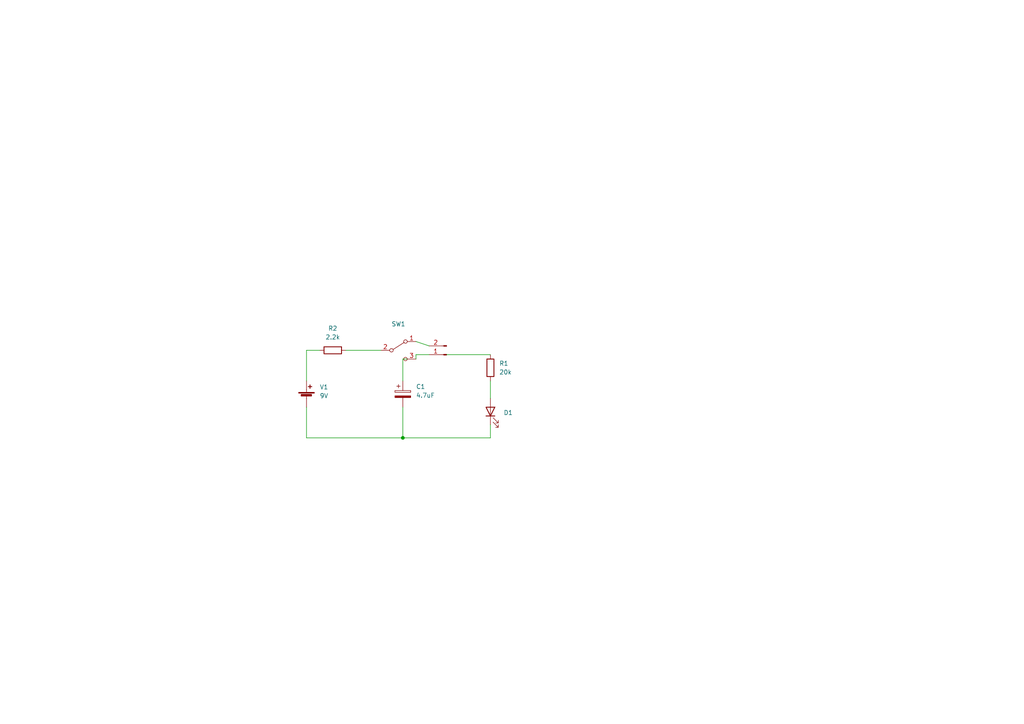
<source format=kicad_sch>
(kicad_sch (version 20211123) (generator eeschema)
  (paper "A4")
  (lib_symbols
    (symbol "Connector:Conn_01x02_Male" (pin_names (offset 1.016) hide)
      (property "Reference" "J" (at 0 2.54 0))
      (property "Value" "Conn_01x02_Male" (at 0 -5.08 0))
      (symbol "Conn_01x02_Male_1_1"
        (polyline (pts (xy 1.27 -2.54) (xy 0.8636 -2.54)) (stroke (width 0.1524)))
        (polyline (pts (xy 1.27 0) (xy 0.8636 0)) (stroke (width 0.1524)))
        (rectangle (start 0.8636 -2.413) (end 0 -2.667) (stroke (width 0.1524)) (fill (type outline)))
        (rectangle (start 0.8636 0.127) (end 0 -0.127) (stroke (width 0.1524)) (fill (type outline)))
        (pin passive line (at 5.08 0 180) (length 3.81) (name "Pin_1") (number "1"))
        (pin passive line (at 5.08 -2.54 180) (length 3.81) (name "Pin_2") (number "2"))
      )
    )
    (symbol "Device:Battery_Cell" (pin_numbers hide) (pin_names (offset 0) hide)
      (property "Reference" "BT" (at 2.54 2.54 0))
      (property "Value" "Battery_Cell" (at 2.54 0 0))
      (symbol "Battery_Cell_0_1"
        (rectangle (start -2.286 1.778) (end 2.286 1.524) (fill (type outline)))
        (rectangle (start -1.5748 1.1938) (end 1.4732 0.6858) (fill (type outline)))
        (polyline (pts (xy 0 0.762) (xy 0 0)))
        (polyline (pts (xy 0 1.778) (xy 0 2.54)))
        (polyline (pts (xy 0.508 3.429) (xy 1.524 3.429)) (stroke (width 0.254)))
        (polyline (pts (xy 1.016 3.937) (xy 1.016 2.921)) (stroke (width 0.254)))
      )
      (symbol "Battery_Cell_1_1"
        (pin passive line (at 0 5.08 270) (length 2.54) (name "+") (number "1"))
        (pin passive line (at 0 -2.54 90) (length 2.54) (name "-") (number "2"))
      )
    )
    (symbol "Device:C_Polarized" (pin_numbers hide) (pin_names (offset 0.254))
      (property "Reference" "C" (at 0.635 2.54 0))
      (property "Value" "C_Polarized" (at 0.635 -2.54 0))
      (symbol "C_Polarized_0_1"
        (rectangle (start -2.286 0.508) (end 2.286 1.016))
        (polyline (pts (xy -1.778 2.286) (xy -0.762 2.286)))
        (polyline (pts (xy -1.27 2.794) (xy -1.27 1.778)))
        (rectangle (start 2.286 -0.508) (end -2.286 -1.016) (fill (type outline)))
      )
      (symbol "C_Polarized_1_1"
        (pin passive line (at 0 3.81 270) (length 2.794) (name "~") (number "1"))
        (pin passive line (at 0 -3.81 90) (length 2.794) (name "~") (number "2"))
      )
    )
    (symbol "Device:LED" (pin_numbers hide) (pin_names (offset 1.016) hide)
      (property "Reference" "D" (at 0 2.54 0))
      (property "Value" "LED" (at 0 -2.54 0))
      (symbol "LED_0_1"
        (polyline (pts (xy -1.27 -1.27) (xy -1.27 1.27)) (stroke (width 0.254)))
        (polyline (pts (xy -1.27 0) (xy 1.27 0)))
        (polyline (pts (xy 1.27 -1.27) (xy 1.27 1.27) (xy -1.27 0) (xy 1.27 -1.27)) (stroke (width 0.254)))
        (polyline (pts (xy -3.048 -0.762) (xy -4.572 -2.286) (xy -3.81 -2.286) (xy -4.572 -2.286) (xy -4.572 -1.524)))
        (polyline (pts (xy -1.778 -0.762) (xy -3.302 -2.286) (xy -2.54 -2.286) (xy -3.302 -2.286) (xy -3.302 -1.524)))
      )
      (symbol "LED_1_1"
        (pin passive line (at -3.81 0 0) (length 2.54) (name "K") (number "1"))
        (pin passive line (at 3.81 0 180) (length 2.54) (name "A") (number "2"))
      )
    )
    (symbol "Device:R" (pin_numbers hide) (pin_names (offset 0))
      (property "Reference" "R" (at 2.032 0 90))
      (property "Value" "R" (at 0 0 90))
      (symbol "R_0_1"
        (rectangle (start -1.016 -2.54) (end 1.016 2.54) (stroke (width 0.254)))
      )
      (symbol "R_1_1"
        (pin passive line (at 0 3.81 270) (length 1.27) (name "~") (number "1"))
        (pin passive line (at 0 -3.81 90) (length 1.27) (name "~") (number "2"))
      )
    )
    (symbol "Switch:SW_SPDT" (pin_names (offset 0) hide)
      (property "Reference" "SW" (at 0 4.318 0))
      (property "Value" "SW_SPDT" (at 0 -5.08 0))
      (symbol "SW_SPDT_0_0"
        (circle (center -2.032 0) (radius 0.508))
        (circle (center 2.032 -2.54) (radius 0.508))
      )
      (symbol "SW_SPDT_0_1"
        (polyline (pts (xy -1.524 0.254) (xy 1.651 2.286)))
        (circle (center 2.032 2.54) (radius 0.508))
      )
      (symbol "SW_SPDT_1_1"
        (pin passive line (at 5.08 2.54 180) (length 2.54) (name "A") (number "1"))
        (pin passive line (at -5.08 0 0) (length 2.54) (name "B") (number "2"))
        (pin passive line (at 5.08 -2.54 180) (length 2.54) (name "C") (number "3"))
      )
    )
  )
  (junction (at 116.84 127))
  (wire (pts (xy 88.9 101.6) (xy 92.71 101.6)))
  (wire (pts (xy 129.54 102.87) (xy 142.24 102.87)))
  (wire (pts (xy 116.84 110.49) (xy 116.84 104.14)))
  (wire (pts (xy 116.84 127) (xy 88.9 127)))
  (wire (pts (xy 124.46 102.87) (xy 120.65 102.87)))
  (wire (pts (xy 142.24 110.49) (xy 142.24 115.57)))
  (wire (pts (xy 88.9 110.49) (xy 88.9 101.6)))
  (wire (pts (xy 142.24 127) (xy 116.84 127)))
  (wire (pts (xy 120.65 99.06) (xy 124.46 100.33)))
  (wire (pts (xy 116.84 118.11) (xy 116.84 127)))
  (wire (pts (xy 88.9 118.11) (xy 88.9 127)))
  (wire (pts (xy 116.84 104.14) (xy 118.11 104.14)))
  (wire (pts (xy 100.33 101.6) (xy 110.49 101.6)))
  (wire (pts (xy 120.65 102.87) (xy 120.65 104.14)))
  (wire (pts (xy 142.24 123.19) (xy 142.24 127)))
  (symbol (lib_id "Device:LED") (at 142.24 119.38 90) (unit 1)
    (property "Reference" "D1" (at 146.05 119.6974 90) (effects (justify right)))
    (property "Value" "LED" (effects hide))
  )
  (symbol (lib_id "Connector:Conn_01x02_Male") (at 129.54 102.87 180) (unit 1)
    (property "Reference" "SW1" (effects hide))
    (property "Value" "Conn_01x02_Male" (effects hide))
  )
  (symbol (lib_id "Device:R") (at 96.52 101.6 90) (unit 1)
    (property "Reference" "R2" (at 96.52 95.25 90))
    (property "Value" "2.2k" (at 96.52 97.79 90))
  )
  (symbol (lib_id "Device:C_Polarized") (at 116.84 114.3 0) (unit 1)
    (property "Reference" "C1" (at 120.65 112.1409 0) (effects (justify left)))
    (property "Value" "4.7uF" (at 120.65 114.6809 0) (effects (justify left)))
  )
  (symbol (lib_id "Device:Battery_Cell") (at 88.9 115.57 0) (unit 1)
    (property "Reference" "V1" (at 92.71 112.2679 0) (effects (justify left)))
    (property "Value" "9V" (at 92.71 114.8079 0) (effects (justify left)))
  )
  (symbol (lib_id "Device:R") (at 142.24 106.68 180) (unit 1)
    (property "Reference" "R1" (at 144.78 105.4099 0) (effects (justify right)))
    (property "Value" "20k" (at 144.78 107.9499 0) (effects (justify right)))
  )
  (symbol (lib_id "Switch:SW_SPDT") (at 115.57 101.6 0) (unit 1)
    (property "Reference" "SW1" (at 115.57 93.98 0))
    (property "Value" "SW_SPDT" (effects hide))
  )
)
</source>
